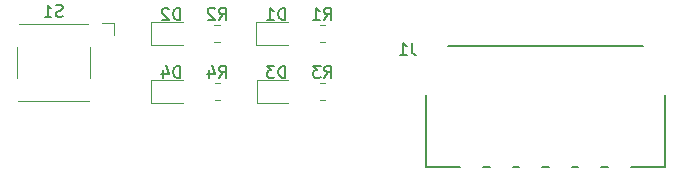
<source format=gbr>
%TF.GenerationSoftware,KiCad,Pcbnew,8.0.5*%
%TF.CreationDate,2025-08-28T07:35:49+02:00*%
%TF.ProjectId,SVX_Node_Case_front,5356585f-4e6f-4646-955f-436173655f66,rev?*%
%TF.SameCoordinates,Original*%
%TF.FileFunction,Legend,Bot*%
%TF.FilePolarity,Positive*%
%FSLAX46Y46*%
G04 Gerber Fmt 4.6, Leading zero omitted, Abs format (unit mm)*
G04 Created by KiCad (PCBNEW 8.0.5) date 2025-08-28 07:35:49*
%MOMM*%
%LPD*%
G01*
G04 APERTURE LIST*
%ADD10C,0.150000*%
%ADD11C,0.120000*%
%ADD12C,0.152400*%
G04 APERTURE END LIST*
D10*
X113596517Y-88164819D02*
X113596517Y-87164819D01*
X113596517Y-87164819D02*
X113358422Y-87164819D01*
X113358422Y-87164819D02*
X113215565Y-87212438D01*
X113215565Y-87212438D02*
X113120327Y-87307676D01*
X113120327Y-87307676D02*
X113072708Y-87402914D01*
X113072708Y-87402914D02*
X113025089Y-87593390D01*
X113025089Y-87593390D02*
X113025089Y-87736247D01*
X113025089Y-87736247D02*
X113072708Y-87926723D01*
X113072708Y-87926723D02*
X113120327Y-88021961D01*
X113120327Y-88021961D02*
X113215565Y-88117200D01*
X113215565Y-88117200D02*
X113358422Y-88164819D01*
X113358422Y-88164819D02*
X113596517Y-88164819D01*
X112072708Y-88164819D02*
X112644136Y-88164819D01*
X112358422Y-88164819D02*
X112358422Y-87164819D01*
X112358422Y-87164819D02*
X112453660Y-87307676D01*
X112453660Y-87307676D02*
X112548898Y-87402914D01*
X112548898Y-87402914D02*
X112644136Y-87450533D01*
X124336133Y-90132819D02*
X124336133Y-90847104D01*
X124336133Y-90847104D02*
X124383752Y-90989961D01*
X124383752Y-90989961D02*
X124478990Y-91085200D01*
X124478990Y-91085200D02*
X124621847Y-91132819D01*
X124621847Y-91132819D02*
X124717085Y-91132819D01*
X123336133Y-91132819D02*
X123907561Y-91132819D01*
X123621847Y-91132819D02*
X123621847Y-90132819D01*
X123621847Y-90132819D02*
X123717085Y-90275676D01*
X123717085Y-90275676D02*
X123812323Y-90370914D01*
X123812323Y-90370914D02*
X123907561Y-90418533D01*
X116926666Y-88154819D02*
X117259999Y-87678628D01*
X117498094Y-88154819D02*
X117498094Y-87154819D01*
X117498094Y-87154819D02*
X117117142Y-87154819D01*
X117117142Y-87154819D02*
X117021904Y-87202438D01*
X117021904Y-87202438D02*
X116974285Y-87250057D01*
X116974285Y-87250057D02*
X116926666Y-87345295D01*
X116926666Y-87345295D02*
X116926666Y-87488152D01*
X116926666Y-87488152D02*
X116974285Y-87583390D01*
X116974285Y-87583390D02*
X117021904Y-87631009D01*
X117021904Y-87631009D02*
X117117142Y-87678628D01*
X117117142Y-87678628D02*
X117498094Y-87678628D01*
X115974285Y-88154819D02*
X116545713Y-88154819D01*
X116259999Y-88154819D02*
X116259999Y-87154819D01*
X116259999Y-87154819D02*
X116355237Y-87297676D01*
X116355237Y-87297676D02*
X116450475Y-87392914D01*
X116450475Y-87392914D02*
X116545713Y-87440533D01*
X108016666Y-88154819D02*
X108349999Y-87678628D01*
X108588094Y-88154819D02*
X108588094Y-87154819D01*
X108588094Y-87154819D02*
X108207142Y-87154819D01*
X108207142Y-87154819D02*
X108111904Y-87202438D01*
X108111904Y-87202438D02*
X108064285Y-87250057D01*
X108064285Y-87250057D02*
X108016666Y-87345295D01*
X108016666Y-87345295D02*
X108016666Y-87488152D01*
X108016666Y-87488152D02*
X108064285Y-87583390D01*
X108064285Y-87583390D02*
X108111904Y-87631009D01*
X108111904Y-87631009D02*
X108207142Y-87678628D01*
X108207142Y-87678628D02*
X108588094Y-87678628D01*
X107635713Y-87250057D02*
X107588094Y-87202438D01*
X107588094Y-87202438D02*
X107492856Y-87154819D01*
X107492856Y-87154819D02*
X107254761Y-87154819D01*
X107254761Y-87154819D02*
X107159523Y-87202438D01*
X107159523Y-87202438D02*
X107111904Y-87250057D01*
X107111904Y-87250057D02*
X107064285Y-87345295D01*
X107064285Y-87345295D02*
X107064285Y-87440533D01*
X107064285Y-87440533D02*
X107111904Y-87583390D01*
X107111904Y-87583390D02*
X107683332Y-88154819D01*
X107683332Y-88154819D02*
X107064285Y-88154819D01*
X94761904Y-87857200D02*
X94619047Y-87904819D01*
X94619047Y-87904819D02*
X94380952Y-87904819D01*
X94380952Y-87904819D02*
X94285714Y-87857200D01*
X94285714Y-87857200D02*
X94238095Y-87809580D01*
X94238095Y-87809580D02*
X94190476Y-87714342D01*
X94190476Y-87714342D02*
X94190476Y-87619104D01*
X94190476Y-87619104D02*
X94238095Y-87523866D01*
X94238095Y-87523866D02*
X94285714Y-87476247D01*
X94285714Y-87476247D02*
X94380952Y-87428628D01*
X94380952Y-87428628D02*
X94571428Y-87381009D01*
X94571428Y-87381009D02*
X94666666Y-87333390D01*
X94666666Y-87333390D02*
X94714285Y-87285771D01*
X94714285Y-87285771D02*
X94761904Y-87190533D01*
X94761904Y-87190533D02*
X94761904Y-87095295D01*
X94761904Y-87095295D02*
X94714285Y-87000057D01*
X94714285Y-87000057D02*
X94666666Y-86952438D01*
X94666666Y-86952438D02*
X94571428Y-86904819D01*
X94571428Y-86904819D02*
X94333333Y-86904819D01*
X94333333Y-86904819D02*
X94190476Y-86952438D01*
X93238095Y-87904819D02*
X93809523Y-87904819D01*
X93523809Y-87904819D02*
X93523809Y-86904819D01*
X93523809Y-86904819D02*
X93619047Y-87047676D01*
X93619047Y-87047676D02*
X93714285Y-87142914D01*
X93714285Y-87142914D02*
X93809523Y-87190533D01*
X104696517Y-93074819D02*
X104696517Y-92074819D01*
X104696517Y-92074819D02*
X104458422Y-92074819D01*
X104458422Y-92074819D02*
X104315565Y-92122438D01*
X104315565Y-92122438D02*
X104220327Y-92217676D01*
X104220327Y-92217676D02*
X104172708Y-92312914D01*
X104172708Y-92312914D02*
X104125089Y-92503390D01*
X104125089Y-92503390D02*
X104125089Y-92646247D01*
X104125089Y-92646247D02*
X104172708Y-92836723D01*
X104172708Y-92836723D02*
X104220327Y-92931961D01*
X104220327Y-92931961D02*
X104315565Y-93027200D01*
X104315565Y-93027200D02*
X104458422Y-93074819D01*
X104458422Y-93074819D02*
X104696517Y-93074819D01*
X103267946Y-92408152D02*
X103267946Y-93074819D01*
X103506041Y-92027200D02*
X103744136Y-92741485D01*
X103744136Y-92741485D02*
X103125089Y-92741485D01*
X116936666Y-93064819D02*
X117269999Y-92588628D01*
X117508094Y-93064819D02*
X117508094Y-92064819D01*
X117508094Y-92064819D02*
X117127142Y-92064819D01*
X117127142Y-92064819D02*
X117031904Y-92112438D01*
X117031904Y-92112438D02*
X116984285Y-92160057D01*
X116984285Y-92160057D02*
X116936666Y-92255295D01*
X116936666Y-92255295D02*
X116936666Y-92398152D01*
X116936666Y-92398152D02*
X116984285Y-92493390D01*
X116984285Y-92493390D02*
X117031904Y-92541009D01*
X117031904Y-92541009D02*
X117127142Y-92588628D01*
X117127142Y-92588628D02*
X117508094Y-92588628D01*
X116603332Y-92064819D02*
X115984285Y-92064819D01*
X115984285Y-92064819D02*
X116317618Y-92445771D01*
X116317618Y-92445771D02*
X116174761Y-92445771D01*
X116174761Y-92445771D02*
X116079523Y-92493390D01*
X116079523Y-92493390D02*
X116031904Y-92541009D01*
X116031904Y-92541009D02*
X115984285Y-92636247D01*
X115984285Y-92636247D02*
X115984285Y-92874342D01*
X115984285Y-92874342D02*
X116031904Y-92969580D01*
X116031904Y-92969580D02*
X116079523Y-93017200D01*
X116079523Y-93017200D02*
X116174761Y-93064819D01*
X116174761Y-93064819D02*
X116460475Y-93064819D01*
X116460475Y-93064819D02*
X116555713Y-93017200D01*
X116555713Y-93017200D02*
X116603332Y-92969580D01*
X113606517Y-93074819D02*
X113606517Y-92074819D01*
X113606517Y-92074819D02*
X113368422Y-92074819D01*
X113368422Y-92074819D02*
X113225565Y-92122438D01*
X113225565Y-92122438D02*
X113130327Y-92217676D01*
X113130327Y-92217676D02*
X113082708Y-92312914D01*
X113082708Y-92312914D02*
X113035089Y-92503390D01*
X113035089Y-92503390D02*
X113035089Y-92646247D01*
X113035089Y-92646247D02*
X113082708Y-92836723D01*
X113082708Y-92836723D02*
X113130327Y-92931961D01*
X113130327Y-92931961D02*
X113225565Y-93027200D01*
X113225565Y-93027200D02*
X113368422Y-93074819D01*
X113368422Y-93074819D02*
X113606517Y-93074819D01*
X112701755Y-92074819D02*
X112082708Y-92074819D01*
X112082708Y-92074819D02*
X112416041Y-92455771D01*
X112416041Y-92455771D02*
X112273184Y-92455771D01*
X112273184Y-92455771D02*
X112177946Y-92503390D01*
X112177946Y-92503390D02*
X112130327Y-92551009D01*
X112130327Y-92551009D02*
X112082708Y-92646247D01*
X112082708Y-92646247D02*
X112082708Y-92884342D01*
X112082708Y-92884342D02*
X112130327Y-92979580D01*
X112130327Y-92979580D02*
X112177946Y-93027200D01*
X112177946Y-93027200D02*
X112273184Y-93074819D01*
X112273184Y-93074819D02*
X112558898Y-93074819D01*
X112558898Y-93074819D02*
X112654136Y-93027200D01*
X112654136Y-93027200D02*
X112701755Y-92979580D01*
X104686517Y-88164819D02*
X104686517Y-87164819D01*
X104686517Y-87164819D02*
X104448422Y-87164819D01*
X104448422Y-87164819D02*
X104305565Y-87212438D01*
X104305565Y-87212438D02*
X104210327Y-87307676D01*
X104210327Y-87307676D02*
X104162708Y-87402914D01*
X104162708Y-87402914D02*
X104115089Y-87593390D01*
X104115089Y-87593390D02*
X104115089Y-87736247D01*
X104115089Y-87736247D02*
X104162708Y-87926723D01*
X104162708Y-87926723D02*
X104210327Y-88021961D01*
X104210327Y-88021961D02*
X104305565Y-88117200D01*
X104305565Y-88117200D02*
X104448422Y-88164819D01*
X104448422Y-88164819D02*
X104686517Y-88164819D01*
X103734136Y-87260057D02*
X103686517Y-87212438D01*
X103686517Y-87212438D02*
X103591279Y-87164819D01*
X103591279Y-87164819D02*
X103353184Y-87164819D01*
X103353184Y-87164819D02*
X103257946Y-87212438D01*
X103257946Y-87212438D02*
X103210327Y-87260057D01*
X103210327Y-87260057D02*
X103162708Y-87355295D01*
X103162708Y-87355295D02*
X103162708Y-87450533D01*
X103162708Y-87450533D02*
X103210327Y-87593390D01*
X103210327Y-87593390D02*
X103781755Y-88164819D01*
X103781755Y-88164819D02*
X103162708Y-88164819D01*
X108026666Y-93064819D02*
X108359999Y-92588628D01*
X108598094Y-93064819D02*
X108598094Y-92064819D01*
X108598094Y-92064819D02*
X108217142Y-92064819D01*
X108217142Y-92064819D02*
X108121904Y-92112438D01*
X108121904Y-92112438D02*
X108074285Y-92160057D01*
X108074285Y-92160057D02*
X108026666Y-92255295D01*
X108026666Y-92255295D02*
X108026666Y-92398152D01*
X108026666Y-92398152D02*
X108074285Y-92493390D01*
X108074285Y-92493390D02*
X108121904Y-92541009D01*
X108121904Y-92541009D02*
X108217142Y-92588628D01*
X108217142Y-92588628D02*
X108598094Y-92588628D01*
X107169523Y-92398152D02*
X107169523Y-93064819D01*
X107407618Y-92017200D02*
X107645713Y-92731485D01*
X107645713Y-92731485D02*
X107026666Y-92731485D01*
D11*
%TO.C,D1*%
X111173423Y-88390000D02*
X111173423Y-90310000D01*
X111173423Y-90310000D02*
X113858423Y-90310000D01*
X113858423Y-88390000D02*
X111173423Y-88390000D01*
D12*
%TO.C,J1*%
X125528100Y-94538540D02*
X125528100Y-100626999D01*
X125528100Y-100626999D02*
X128419560Y-100626999D01*
X130380440Y-100626999D02*
X130919560Y-100626999D01*
X132880440Y-100626999D02*
X133419560Y-100626999D01*
X135380440Y-100626999D02*
X135919560Y-100626999D01*
X137880440Y-100626999D02*
X138419560Y-100626999D01*
X140380440Y-100626999D02*
X140919560Y-100626999D01*
X142880440Y-100626999D02*
X145771900Y-100626999D01*
X143865559Y-90365399D02*
X127434441Y-90365399D01*
X145771900Y-100626999D02*
X145771900Y-94538540D01*
D11*
%TO.C,R1*%
X116532936Y-88615000D02*
X116987064Y-88615000D01*
X116532936Y-90085000D02*
X116987064Y-90085000D01*
%TO.C,R2*%
X107622936Y-88615000D02*
X108077064Y-88615000D01*
X107622936Y-90085000D02*
X108077064Y-90085000D01*
%TO.C,S1*%
X90900000Y-93050000D02*
X90900000Y-90450000D01*
X96900000Y-88500000D02*
X91100000Y-88500000D01*
X97000000Y-95000000D02*
X91000000Y-95000000D01*
X97100000Y-93050000D02*
X97100000Y-90450000D01*
X98100000Y-88450000D02*
X99100000Y-88450000D01*
X99100000Y-88450000D02*
X99100000Y-89450000D01*
%TO.C,D4*%
X102273423Y-93300000D02*
X102273423Y-95220000D01*
X102273423Y-95220000D02*
X104958423Y-95220000D01*
X104958423Y-93300000D02*
X102273423Y-93300000D01*
%TO.C,R3*%
X116542936Y-93525000D02*
X116997064Y-93525000D01*
X116542936Y-94995000D02*
X116997064Y-94995000D01*
%TO.C,D3*%
X111183423Y-93300000D02*
X111183423Y-95220000D01*
X111183423Y-95220000D02*
X113868423Y-95220000D01*
X113868423Y-93300000D02*
X111183423Y-93300000D01*
%TO.C,D2*%
X102263423Y-88390000D02*
X102263423Y-90310000D01*
X102263423Y-90310000D02*
X104948423Y-90310000D01*
X104948423Y-88390000D02*
X102263423Y-88390000D01*
%TO.C,R4*%
X107632936Y-93525000D02*
X108087064Y-93525000D01*
X107632936Y-94995000D02*
X108087064Y-94995000D01*
%TD*%
M02*

</source>
